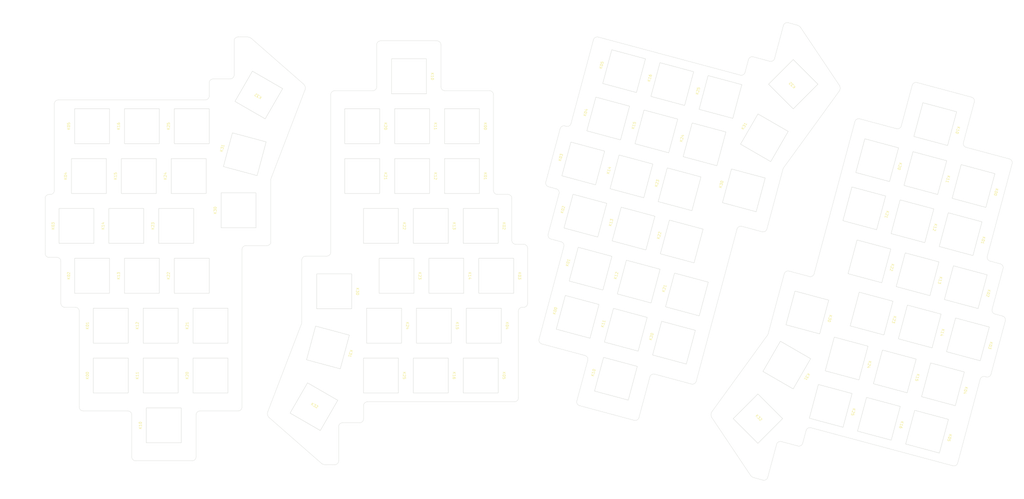
<source format=kicad_pcb>
(kicad_pcb (version 20211014) (generator pcbnew)
  (layers (0 "F.Cu" signal) (31 "B.Cu" signal) (34 "B.Paste" user) (35 "F.Paste" user) (36 "B.SilkS" user "B.Silkscreen") (37 "F.SilkS" user "F.Silkscreen") (38 "B.Mask" user) (39 "F.Mask" user) (44 "Edge.Cuts" user))
  (net 0 "")
  (footprint "sat1l:MXOnly-1U-Cutout-LaserMargin-19mm" (layer "F.Cu") (at 306.711604 -4.520642 75)
    (fp_text reference "K20" (at 0 -8.89 75 unlocked) (layer "F.SilkS"))
    (fp_text value "KEYSW")
    (fp_rect (start -6.65 -6.65) (end 6.65 6.65) (layer "Edge.Cuts") (width 0.12) (fill none))
  )
  (footprint "sat1l:MXOnly-1U-Cutout-LaserMargin-19mm" (layer "F.Cu") (at 205.750003 -106.000006 -90)
    (fp_text reference "K10" (at 0 -8.89 -90 unlocked) (layer "F.SilkS"))
    (fp_text value "KEYSW")
    (fp_rect (start -6.65 -6.65) (end 6.65 6.65) (layer "Edge.Cuts") (width 0.12) (fill none))
  )
  (footprint "sat1l:MXOnly-1U-Cutout-LaserMargin-19mm" (layer "F.Cu") (at 85 -30 90)
    (fp_text reference "K02" (at 0 -8.89 90 unlocked) (layer "F.SilkS"))
    (fp_text value "KEYSW")
    (fp_rect (start -6.65 -6.65) (end 6.65 6.65) (layer "Edge.Cuts") (width 0.12) (fill none))
  )
  (footprint "sat1l:MXOnly-1U-Cutout-LaserMargin-19mm" (layer "F.Cu") (at 318.352591 -80.082442 75)
    (fp_text reference "K24" (at 0 -8.89 75 unlocked) (layer "F.SilkS"))
    (fp_text value "KEYSW")
    (fp_rect (start -6.65 -6.65) (end 6.65 6.65) (layer "Edge.Cuts") (width 0.12) (fill none))
  )
  (footprint "sat1l:MXOnly-1U-Cutout-LaserMargin-19mm" (layer "F.Cu") (at 272.1417 -72.794361 75)
    (fp_text reference "K03" (at 0 -8.89 75 unlocked) (layer "F.SilkS"))
    (fp_text value "KEYSW")
    (fp_rect (start -6.65 -6.65) (end 6.65 6.65) (layer "Edge.Cuts") (width 0.12) (fill none))
  )
  (footprint "sat1l:MXOnly-1U-Cutout-LaserMargin-19mm" (layer "F.Cu") (at 206.9375 -68.000005 -90)
    (fp_text reference "K12" (at 0 -8.89 -90 unlocked) (layer "F.SilkS"))
    (fp_text value "KEYSW")
    (fp_rect (start -6.65 -6.65) (end 6.65 6.65) (layer "Edge.Cuts") (width 0.12) (fill none))
  )
  (footprint "sat1l:MXOnly-1U-Cutout-LaserMargin-19mm" (layer "F.Cu") (at 274.923982 -32.708358 75)
    (fp_text reference "K01" (at 0 -8.89 75 unlocked) (layer "F.SilkS"))
    (fp_text value "KEYSW")
    (fp_rect (start -6.65 -6.65) (end 6.65 6.65) (layer "Edge.Cuts") (width 0.12) (fill none))
  )
  (footprint "sat1l:MXOnly-1U-Cutout-LaserMargin-19mm" (layer "F.Cu") (at 381.177398 -35.493787 -105)
    (fp_text reference "K22" (at 0 -8.89 -105 unlocked) (layer "F.SilkS"))
    (fp_text value "KEYSW")
    (fp_rect (start -6.65 -6.65) (end 6.65 6.65) (layer "Edge.Cuts") (width 0.12) (fill none))
  )
  (footprint "sat1l:MXOnly-1U-Cutout-LaserMargin-19mm" (layer "F.Cu") (at 174.874996 -2.687507 -105)
    (fp_text reference "K31" (at 0 -8.89 -105 unlocked) (layer "F.SilkS"))
    (fp_text value "KEYSW")
    (fp_rect (start -6.65 -6.65) (end 6.65 6.65) (layer "Edge.Cuts") (width 0.12) (fill none))
  )
  (footprint "sat1l:MXOnly-1U-Cutout-LaserMargin-19mm" (layer "F.Cu") (at 201.000007 -30.000005 -90)
    (fp_text reference "K23" (at 0 -8.89 -90 unlocked) (layer "F.SilkS"))
    (fp_text value "KEYSW")
    (fp_rect (start -6.65 -6.65) (end 6.65 6.65) (layer "Edge.Cuts") (width 0.12) (fill none))
  )
  (footprint "sat1l:MXOnly-1U-Cutout-LaserMargin-19mm" (layer "F.Cu") (at 415.917912 -45.855338 -105)
    (fp_text reference "K01" (at 0 -8.89 -105 unlocked) (layer "F.SilkS"))
    (fp_text value "KEYSW")
    (fp_rect (start -6.65 -6.65) (end 6.65 6.65) (layer "Edge.Cuts") (width 0.12) (fill none))
  )
  (footprint "sat1l:MXOnly-1.5U-Cutout-LaserMargin-19mm" (layer "F.Cu") (at 148.531249 -98.875004 150)
    (fp_text reference "K32" (at 0 -0.499999 150 unlocked) (layer "F.SilkS"))
    (fp_text value "KEYSW")
    (fp_rect (start -6.65 -6.65) (end 6.65 6.65) (layer "Edge.Cuts") (width 0.12) (fill none))
  )
  (footprint "sat1l:MXOnly-1U-Cutout-LaserMargin-19mm" (layer "F.Cu") (at 272.959324 -52.905035 75)
    (fp_text reference "K02" (at 0 -8.89 75 unlocked) (layer "F.SilkS"))
    (fp_text value "KEYSW")
    (fp_rect (start -6.65 -6.65) (end 6.65 6.65) (layer "Edge.Cuts") (width 0.12) (fill none))
  )
  (footprint "sat1l:MXOnly-1U-Cutout-LaserMargin-19mm" (layer "F.Cu") (at 123.000001 -86.999996 90)
    (fp_text reference "K25" (at 0 -8.89 90 unlocked) (layer "F.SilkS"))
    (fp_text value "KEYSW")
    (fp_rect (start -6.65 -6.65) (end 6.65 6.65) (layer "Edge.Cuts") (width 0.12) (fill none))
  )
  (footprint "sat1l:MXOnly-1U-Cutout-LaserMargin-19mm" (layer "F.Cu") (at 308.846873 -62.959244 75)
    (fp_text reference "K23" (at 0 -8.89 75 unlocked) (layer "F.SilkS"))
    (fp_text value "KEYSW")
    (fp_rect (start -6.65 -6.65) (end 6.65 6.65) (layer "Edge.Cuts") (width 0.12) (fill none))
  )
  (footprint "sat1l:MXOnly-1U-Cutout-LaserMargin-19mm" (layer "F.Cu") (at 123.000006 -29.999993 90)
    (fp_text reference "K22" (at 0 -8.89 90 unlocked) (layer "F.SilkS"))
    (fp_text value "KEYSW")
    (fp_rect (start -6.65 -6.65) (end 6.65 6.65) (layer "Edge.Cuts") (width 0.12) (fill none))
  )
  (footprint "sat1l:MXOnly-1U-Cutout-LaserMargin-19mm" (layer "F.Cu") (at 384.777301 24.481553 -105)
    (fp_text reference "K16" (at 0 -8.89 -105 unlocked) (layer "F.SilkS"))
    (fp_text value "KEYSW")
    (fp_rect (start -6.65 -6.65) (end 6.65 6.65) (layer "Edge.Cuts") (width 0.12) (fill none))
  )
  (footprint "sat1l:MXOnly-1U-Cutout-LaserMargin-19mm" (layer "F.Cu") (at 102.812502 -67.999996 90)
    (fp_text reference "K15" (at 0 -8.89 90 unlocked) (layer "F.SilkS"))
    (fp_text value "KEYSW")
    (fp_rect (start -6.65 -6.65) (end 6.65 6.65) (layer "Edge.Cuts") (width 0.12) (fill none))
  )
  (footprint "sat1l:MXOnly-1U-Cutout-LaserMargin-19mm" (layer "F.Cu") (at 357.517543 -16.01623 -105)
    (fp_text reference "K30" (at 0 -8.89 -105 unlocked) (layer "F.SilkS"))
    (fp_text value "KEYSW")
    (fp_rect (start -6.65 -6.65) (end 6.65 6.65) (layer "Edge.Cuts") (width 0.12) (fill none))
  )
  (footprint "sat1l:MXOnly-1U-Cutout-LaserMargin-19mm" (layer "F.Cu") (at 130.125004 8.000004 90)
    (fp_text reference "K20" (at 0 -8.89 90 unlocked) (layer "F.SilkS"))
    (fp_text value "KEYSW")
    (fp_rect (start -6.65 -6.65) (end 6.65 6.65) (layer "Edge.Cuts") (width 0.12) (fill none))
  )
  (footprint "sat1l:MXOnly-1U-Cutout-LaserMargin-19mm" (layer "F.Cu") (at 103.999997 -29.999998 90)
    (fp_text reference "K13" (at 0 -8.89 90 unlocked) (layer "F.SilkS"))
    (fp_text value "KEYSW")
    (fp_rect (start -6.65 -6.65) (end 6.65 6.65) (layer "Edge.Cuts") (width 0.12) (fill none))
  )
  (footprint "sat1l:MXOnly-1U-Cutout-LaserMargin-19mm" (layer "F.Cu") (at 324.417191 -98.127685 75)
    (fp_text reference "K25" (at 0 -8.89 75 unlocked) (layer "F.SilkS"))
    (fp_text value "KEYSW")
    (fp_rect (start -6.65 -6.65) (end 6.65 6.65) (layer "Edge.Cuts") (width 0.12) (fill none))
  )
  (footprint "sat1l:MXOnly-1U-Cutout-LaserMargin-19mm" (layer "F.Cu") (at 214.062503 7.999996 -90)
    (fp_text reference "K16" (at 0 -8.89 -90 unlocked) (layer "F.SilkS"))
    (fp_text value "KEYSW")
    (fp_rect (start -6.65 -6.65) (end 6.65 6.65) (layer "Edge.Cuts") (width 0.12) (fill none))
  )
  (footprint "sat1l:MXOnly-1U-Cutout-LaserMargin-19mm" (layer "F.Cu") (at 195.0625 -49.00001 -90)
    (fp_text reference "K22" (at 0 -8.89 -90 unlocked) (layer "F.SilkS"))
    (fp_text value "KEYSW")
    (fp_rect (start -6.65 -6.65) (end 6.65 6.65) (layer "Edge.Cuts") (width 0.12) (fill none))
  )
  (footprint "sat1l:MXOnly-1U-Cutout-LaserMargin-19mm" (layer "F.Cu") (at 293.276573 -27.790798 75)
    (fp_text reference "K12" (at 0 -8.89 75 unlocked) (layer "F.SilkS"))
    (fp_text value "KEYSW")
    (fp_rect (start -6.65 -6.65) (end 6.65 6.65) (layer "Edge.Cuts") (width 0.12) (fill none))
  )
  (footprint "sat1l:MXOnly-1U-Cutout-LaserMargin-19mm" (layer "F.Cu") (at 417.882574 -25.65866 -105)
    (fp_text reference "K02" (at 0 -8.89 -105 unlocked) (layer "F.SilkS"))
    (fp_text value "KEYSW")
    (fp_rect (start -6.65 -6.65) (end 6.65 6.65) (layer "Edge.Cuts") (width 0.12) (fill none))
  )
  (footprint "sat1l:MXOnly-1U-Cutout-LaserMargin-19mm" (layer "F.Cu") (at 420.835473 -64.20793 -105)
    (fp_text reference "K00" (at 0 -8.89 -105 unlocked) (layer "F.SilkS"))
    (fp_text value "KEYSW")
    (fp_rect (start -6.65 -6.65) (end 6.65 6.65) (layer "Edge.Cuts") (width 0.12) (fill none))
  )
  (footprint "sat1l:MXOnly-1U-Cutout-LaserMargin-19mm" (layer "F.Cu") (at 177.249998 -24.062515 -90)
    (fp_text reference "K30" (at 0 -8.89 -90 unlocked) (layer "F.SilkS"))
    (fp_text value "KEYSW")
    (fp_rect (start -6.65 -6.65) (end 6.65 6.65) (layer "Edge.Cuts") (width 0.12) (fill none))
  )
  (footprint "sat1l:MXOnly-1U-Cutout-LaserMargin-19mm" (layer "F.Cu") (at 104.000003 -86.999995 90)
    (fp_text reference "K16" (at 0 -8.89 90 unlocked) (layer "F.SilkS"))
    (fp_text value "KEYSW")
    (fp_rect (start -6.65 -6.65) (end 6.65 6.65) (layer "Edge.Cuts") (width 0.12) (fill none))
  )
  (footprint "sat1l:MXOnly-1U-Cutout-LaserMargin-19mm" (layer "F.Cu") (at 85.000004 -86.999999 90)
    (fp_text reference "K05" (at 0 -8.89 90 unlocked) (layer "F.SilkS"))
    (fp_text value "KEYSW")
    (fp_rect (start -6.65 -6.65) (end 6.65 6.65) (layer "Edge.Cuts") (width 0.12) (fill none))
  )
  (footprint "sat1l:MXOnly-1U-Cutout-LaserMargin-19mm" (layer "F.Cu") (at 400.347608 -10.686888 -105)
    (fp_text reference "K14" (at 0 -8.89 -105 unlocked) (layer "F.SilkS"))
    (fp_text value "KEYSW")
    (fp_rect (start -6.65 -6.65) (end 6.65 6.65) (layer "Edge.Cuts") (width 0.12) (fill none))
  )
  (footprint "sat1l:MXOnly-1U-Cutout-LaserMargin-19mm" (layer "F.Cu") (at 98.062502 -49.000001 90)
    (fp_text reference "K14" (at 0 -8.89 90 unlocked) (layer "F.SilkS"))
    (fp_text value "KEYSW")
    (fp_rect (start -6.65 -6.65) (end 6.65 6.65) (layer "Edge.Cuts") (width 0.12) (fill none))
  )
  (footprint "sat1l:MXOnly-1U-Cutout-LaserMargin-19mm" (layer "F.Cu") (at 372.48931 1.518745 -105)
    (fp_text reference "K24" (at 0 -8.89 -105 unlocked) (layer "F.SilkS"))
    (fp_text value "KEYSW")
    (fp_rect (start -6.65 -6.65) (end 6.65 6.65) (layer "Edge.Cuts") (width 0.12) (fill none))
  )
  (footprint "sat1l:MXOnly-1U-Cutout-LaserMargin-19mm" (layer "F.Cu") (at 83.812499 -67.999993 90)
    (fp_text reference "K04" (at 0 -8.89 90 unlocked) (layer "F.SilkS"))
    (fp_text value "KEYSW")
    (fp_rect (start -6.65 -6.65) (end 6.65 6.65) (layer "Edge.Cuts") (width 0.12) (fill none))
  )
  (footprint "sat1l:MXOnly-1U-Cutout-LaserMargin-19mm" (layer "F.Cu") (at 196.250001 -11.000005 -90)
    (fp_text reference "K24" (at 0 -8.89 -90 unlocked) (layer "F.SilkS"))
    (fp_text value "KEYSW")
    (fp_rect (start -6.65 -6.65) (end 6.65 6.65) (layer "Edge.Cuts") (width 0.12) (fill none))
  )
  (footprint "sat1l:MXOnly-1U-Cutout-LaserMargin-19mm" (layer "F.Cu") (at 306.064595 -103.045249 75)
    (fp_text reference "K16" (at 0 -8.89 75 unlocked) (layer "F.SilkS"))
    (fp_text value "KEYSW")
    (fp_rect (start -6.65 -6.65) (end 6.65 6.65) (layer "Edge.Cuts") (width 0.12) (fill none))
  )
  (footprint "sat1l:MXOnly-1U-Cutout-LaserMargin-19mm" (layer "F.Cu") (at 290.494291 -67.876809 75)
    (fp_text reference "K14" (at 0 -8.89 75 unlocked) (layer "F.SilkS"))
    (fp_text value "KEYSW")
    (fp_rect (start -6.65 -6.65) (end 6.65 6.65) (layer "Edge.Cuts") (width 0.12) (fill none))
  )
  (footprint "sat1l:MXOnly-1U-Cutout-LaserMargin-19mm" (layer "F.Cu") (at 397.565325 -50.772899 -105)
    (fp_text reference "K12" (at 0 -8.89 -105 unlocked) (layer "F.SilkS"))
    (fp_text value "KEYSW")
    (fp_rect (start -6.65 -6.65) (end 6.65 6.65) (layer "Edge.Cuts") (width 0.12) (fill none))
  )
  (footprint "sat1l:MXOnly-1U-Cutout-LaserMargin-19mm" (layer "F.Cu") (at 239 -30.00001 -90)
    (fp_text reference "K03" (at 0 -8.89 -90 unlocked) (layer "F.SilkS"))
    (fp_text value "KEYSW")
    (fp_rect (start -6.65 -6.65) (end 6.65 6.65) (layer "Edge.Cuts") (width 0.12) (fill none))
  )
  (footprint "sat1l:MXOnly-1U-Cutout-LaserMargin-19mm" (layer "F.Cu") (at 220 -30 -90)
    (fp_text reference "K14" (at 0 -8.89 -90 unlocked) (layer "F.SilkS"))
    (fp_text value "KEYSW")
    (fp_rect (start -6.65 -6.65) (end 6.65 6.65) (layer "Edge.Cuts") (width 0.12) (fill none))
  )
  (footprint "sat1l:MXOnly-1U-Cutout-LaserMargin-19mm" (layer "F.Cu") (at 418.700198 -5.769335 -105)
    (fp_text reference "K03" (at 0 -8.89 -105 unlocked) (layer "F.SilkS"))
    (fp_text value "KEYSW")
    (fp_rect (start -6.65 -6.65) (end 6.65 6.65) (layer "Edge.Cuts") (width 0.12) (fill none))
  )
  (footprint "sat1l:MXOnly-1.5U-Cutout-LaserMargin-19mm" (layer "F.Cu") (at 352.15196 -102.990092 135)
    (fp_text reference "K32" (at 0 -0.499999 135 unlocked) (layer "F.SilkS"))
    (fp_text value "KEYSW")
    (fp_rect (start -6.65 -6.65) (end 6.65 6.65) (layer "Edge.Cuts") (width 0.12) (fill none))
  )
  (footprint "sat1l:MXOnly-1U-Cutout-LaserMargin-19mm" (layer "F.Cu") (at 121.812496 -68 90)
    (fp_text reference "K24" (at 0 -8.89 90 unlocked) (layer "F.SilkS"))
    (fp_text value "KEYSW")
    (fp_rect (start -6.65 -6.65) (end 6.65 6.65) (layer "Edge.Cuts") (width 0.12) (fill none))
  )
  (footprint "sat1l:MXOnly-1U-Cutout-LaserMargin-19mm" (layer "F.Cu") (at 187.937496 -87.000008 -90)
    (fp_text reference "K20" (at 0 -8.89 -90 unlocked) (layer "F.SilkS"))
    (fp_text value "KEYSW")
    (fp_rect (start -6.65 -6.65) (end 6.65 6.65) (layer "Edge.Cuts") (width 0.12) (fill none))
  )
  (footprint "sat1l:MXOnly-1U-Cutout-LaserMargin-19mm" (layer "F.Cu") (at 291.311909 -47.987475 75)
    (fp_text reference "K13" (at 0 -8.89 75 unlocked) (layer "F.SilkS"))
    (fp_text value "KEYSW")
    (fp_rect (start -6.65 -6.65) (end 6.65 6.65) (layer "Edge.Cuts") (width 0.12) (fill none))
  )
  (footprint "sat1l:MXOnly-1U-Cutout-LaserMargin-19mm" (layer "F.Cu") (at 234.250004 -11.000007 -90)
    (fp_text reference "K04" (at 0 -8.89 -90 unlocked) (layer "F.SilkS"))
    (fp_text value "KEYSW")
    (fp_rect (start -6.65 -6.65) (end 6.65 6.65) (layer "Edge.Cuts") (width 0.12) (fill none))
  )
  (footprint "sat1l:MXOnly-1U-Cutout-LaserMargin-19mm" (layer "F.Cu") (at 402.48289 -69.12549 -105)
    (fp_text reference "K11" (at 0 -8.89 -105 unlocked) (layer "F.SilkS"))
    (fp_text value "KEYSW")
    (fp_rect (start -6.65 -6.65) (end 6.65 6.65) (layer "Edge.Cuts") (width 0.12) (fill none))
  )
  (footprint "sat1l:MXOnly-1U-Cutout-LaserMargin-19mm" (layer "F.Cu") (at 284.58848 9.221728 75)
    (fp_text reference "K10" (at 0 -8.89 75 unlocked) (layer "F.SilkS"))
    (fp_text value "KEYSW")
    (fp_rect (start -6.65 -6.65) (end 6.65 6.65) (layer "Edge.Cuts") (width 0.12) (fill none))
  )
  (footprint "sat1l:MXOnly-1U-Cutout-LaserMargin-19mm" (layer "F.Cu") (at 270.006426 -14.355768 75)
    (fp_text reference "K00" (at 0 -8.89 75 unlocked) (layer "F.SilkS"))
    (fp_text value "KEYSW")
    (fp_rect (start -6.65 -6.65) (end 6.65 6.65) (layer "Edge.Cuts") (width 0.12) (fill none))
  )
  (footprint "sat1l:MXOnly-1U-Cutout-LaserMargin-19mm" (layer "F.Cu") (at 349.691207 4.015744 -120)
    (fp_text reference "K31" (at 0 -8.89 -120 unlocked) (layer "F.SilkS"))
    (fp_text value "KEYSW")
    (fp_rect (start -6.65 -6.65) (end 6.65 6.65) (layer "Edge.Cuts") (width 0.12) (fill none))
  )
  (footprint "sat1l:MXOnly-1U-Cutout-LaserMargin-19mm" (layer "F.Cu") (at 112.312502 27.000002 90)
    (fp_text reference "K10" (at 0 -8.89 90 unlocked) (layer "F.SilkS"))
    (fp_text value "KEYSW")
    (fp_rect (start -6.65 -6.65) (end 6.65 6.65) (layer "Edge.Cuts") (width 0.12) (fill none))
  )
  (footprint "sat1l:MXOnly-1U-Cutout-LaserMargin-19mm" (layer "F.Cu") (at 288.35901 -9.438207 75)
    (fp_text reference "K11" (at 0 -8.89 75 unlocked) (layer "F.SilkS"))
    (fp_text value "KEYSW")
    (fp_rect (start -6.65 -6.65) (end 6.65 6.65) (layer "Edge.Cuts") (width 0.12) (fill none))
  )
  (footprint "sat1l:MXOnly-1U-Cutout-LaserMargin-19mm" (layer "F.Cu") (at 381.995026 -15.604454 -105)
    (fp_text reference "K23" (at 0 -8.89 -105 unlocked) (layer "F.SilkS"))
    (fp_text value "KEYSW")
    (fp_rect (start -6.65 -6.65) (end 6.65 6.65) (layer "Edge.Cuts") (width 0.12) (fill none))
  )
  (footprint "sat1l:MXOnly-1U-Cutout-LaserMargin-19mm" (layer "F.Cu") (at 409.194495 11.353868 -105)
    (fp_text reference "K04" (at 0 -8.89 -105 unlocked) (layer "F.SilkS"))
    (fp_text value "KEYSW")
    (fp_rect (start -6.65 -6.65) (end 6.65 6.65) (layer "Edge.Cuts") (width 0.12) (fill none))
  )
  (footprint "sat1l:MXOnly-1U-Cutout-LaserMargin-19mm" (layer "F.Cu") (at 406.253417 -87.785428 -105)
    (fp_text reference "K10" (at 0 -8.89 -105 unlocked) (layer "F.SilkS"))
    (fp_text value "KEYSW")
    (fp_rect (start -6.65 -6.65) (end 6.65 6.65) (layer "Edge.Cuts") (width 0.12) (fill none))
  )
  (footprint "sat1l:MXOnly-1U-Cutout-LaserMargin-19mm" (layer "F.Cu") (at 309.664501 -43.06991 75)
    (fp_text reference "K22" (at 0 -8.89 75 unlocked) (layer "F.SilkS"))
    (fp_text value "KEYSW")
    (fp_rect (start -6.65 -6.65) (end 6.65 6.65) (layer "Edge.Cuts") (width 0.12) (fill none))
  )
  (footprint "sat1l:MXOnly-1U-Cutout-LaserMargin-19mm" (layer "F.Cu") (at 311.62916 -22.873237 75)
    (fp_text reference "K21" (at 0 -8.89 75 unlocked) (layer "F.SilkS"))
    (fp_text value "KEYSW")
    (fp_rect (start -6.65 -6.65) (end 6.65 6.65) (layer "Edge.Cuts") (width 0.12) (fill none))
  )
  (footprint "sat1l:MXOnly-1U-Cutout-LaserMargin-19mm" (layer "F.Cu") (at 233.062498 -49.000005 -90)
    (fp_text reference "K02" (at 0 -8.89 -90 unlocked) (layer "F.SilkS"))
    (fp_text value "KEYSW")
    (fp_rect (start -6.65 -6.65) (end 6.65 6.65) (layer "Edge.Cuts") (width 0.12) (fill none))
  )
  (footprint "sat1l:MXOnly-1U-Cutout-LaserMargin-19mm" (layer "F.Cu") (at 403.129889 29.399106 -105)
    (fp_text reference "K05" (at 0 -8.89 -105 unlocked) (layer "F.SilkS"))
    (fp_text value "KEYSW")
    (fp_rect (start -6.65 -6.65) (end 6.65 6.65) (layer "Edge.Cuts") (width 0.12) (fill none))
  )
  (footprint "sat1l:MXOnly-1U-Cutout-LaserMargin-19mm" (layer "F.Cu") (at 233.062495 7.999991 -90)
    (fp_text reference "K05" (at 0 -8.89 -90 unlocked) (layer "F.SilkS"))
    (fp_text value "KEYSW")
    (fp_rect (start -6.65 -6.65) (end 6.65 6.65) (layer "Edge.Cuts") (width 0.12) (fill none))
  )
  (footprint "sat1l:MXOnly-1U-Cutout-LaserMargin-19mm" (layer "F.Cu") (at 92.125004 7.999999 90)
    (fp_text reference "K00" (at 0 -8.89 90 unlocked) (layer "F.SilkS"))
    (fp_text value "KEYSW")
    (fp_rect (start -6.65 -6.65) (end 6.65 6.65) (layer "Edge.Cuts") (width 0.12) (fill none))
  )
  (footprint "sat1l:MXOnly-1U-Cutout-LaserMargin-19mm" (layer "F.Cu") (at 117.062505 -49.000002 90)
    (fp_text reference "K23" (at 0 -8.89 90 unlocked) (layer "F.SilkS"))
    (fp_text value "KEYSW")
    (fp_rect (start -6.65 -6.65) (end 6.65 6.65) (layer "Edge.Cuts") (width 0.12) (fill none))
  )
  (footprint "sat1l:MXOnly-1U-Cutout-LaserMargin-19mm" (layer "F.Cu") (at 214.062502 -49.000004 -90)
    (fp_text reference "K13" (at 0 -8.89 -90 unlocked) (layer "F.SilkS"))
    (fp_text value "KEYSW")
    (fp_rect (start -6.65 -6.65) (end 6.65 6.65) (layer "Edge.Cuts") (width 0.12) (fill none))
  )
  (footprint "sat1l:MXOnly-1.5U-Cutout-LaserMargin-19mm" (layer "F.Cu") (at 338.689941 24.426392 -45)
    (fp_text reference "K32" (at 0 -0.499999 -45 unlocked) (layer "F.SilkS"))
    (fp_text value "KEYSW")
    (fp_rect (start -6.65 -6.65) (end 6.65 6.65) (layer "Edge.Cuts") (width 0.12) (fill none))
  )
  (footprint "sat1l:MXOnly-1U-Cutout-LaserMargin-19mm" (layer "F.Cu") (at 140.812502 -54.937494 90)
    (fp_text reference "K30" (at 0 -8.89 90 unlocked) (layer "F.SilkS"))
    (fp_text value "KEYSW")
    (fp_rect (start -6.65 -6.65) (end 6.65 6.65) (layer "Edge.Cuts") (width 0.12) (fill none))
  )
  (footprint "sat1l:MXOnly-1U-Cutout-LaserMargin-19mm" (layer "F.Cu") (at 206.9375 -87.000004 -90)
    (fp_text reference "K11" (at 0 -8.89 -90 unlocked) (layer "F.SilkS"))
    (fp_text value "KEYSW")
    (fp_rect (start -6.65 -6.65) (end 6.65 6.65) (layer "Edge.Cuts") (width 0.12) (fill none))
  )
  (footprint "sat1l:MXOnly-1U-Cutout-LaserMargin-19mm" (layer "F.Cu") (at 300 -85 75)
    (fp_text reference "K15" (at 0 -8.89 75 unlocked) (layer "F.SilkS"))
    (fp_text value "KEYSW")
    (fp_rect (start -6.65 -6.65) (end 6.65 6.65) (layer "Edge.Cuts") (width 0.12) (fill none))
  )
  (footprint "sat1l:MXOnly-1U-Cutout-LaserMargin-19mm" (layer "F.Cu") (at 215.249998 -11.000009 -90)
    (fp_text reference "K15" (at 0 -8.89 -90 unlocked) (layer "F.SilkS"))
    (fp_text value "KEYSW")
    (fp_rect (start -6.65 -6.65) (end 6.65 6.65) (layer "Edge.Cuts") (width 0.12) (fill none))
  )
  (footprint "sat1l:MXOnly-1U-Cutout-LaserMargin-19mm" (layer "F.Cu") (at 384.130295 -74.043053 -105)
    (fp_text reference "K20" (at 0 -8.89 -105 unlocked) (layer "F.SilkS"))
    (fp_text value "KEYSW")
    (fp_rect (start -6.65 -6.65) (end 6.65 6.65) (layer "Edge.Cuts") (width 0.12) (fill none))
  )
  (footprint "sat1l:MXOnly-1U-Cutout-LaserMargin-19mm" (layer "F.Cu") (at 333.324354 -62.547465 75)
    (fp_text reference "K30" (at 0 -8.89 75 unlocked) (layer "F.SilkS"))
    (fp_text value "KEYSW")
    (fp_rect (start -6.65 -6.65) (end 6.65 6.65) (layer "Edge.Cuts") (width 0.12) (fill none))
  )
  (footprint "sat1l:MXOnly-1U-Cutout-LaserMargin-19mm" (layer "F.Cu") (at 281.647404 -89.91756 75)
    (fp_text reference "K04" (at 0 -8.89 75 unlocked) (layer "F.SilkS"))
    (fp_text value "KEYSW")
    (fp_rect (start -6.65 -6.65) (end 6.65 6.65) (layer "Edge.Cuts") (width 0.12) (fill none))
  )
  (footprint "sat1l:MXOnly-1U-Cutout-LaserMargin-19mm" (layer "F.Cu") (at 379.212736 -55.690461 -105)
    (fp_text reference "K21" (at 0 -8.89 -105 unlocked) (layer "F.SilkS"))
    (fp_text value "KEYSW")
    (fp_rect (start -6.65 -6.65) (end 6.65 6.65) (layer "Edge.Cuts") (width 0.12) (fill none))
  )
  (footprint "sat1l:MXOnly-1U-Cutout-LaserMargin-19mm" (layer "F.Cu") (at 225.937494 -87.000007 -90)
    (fp_text reference "K00" (at 0 -8.89 -90 unlocked) (layer "F.SilkS"))
    (fp_text value "KEYSW")
    (fp_rect (start -6.65 -6.65) (end 6.65 6.65) (layer "Edge.Cuts") (width 0.12) (fill none))
  )
  (footprint "sat1l:MXOnly-1U-Cutout-LaserMargin-19mm" (layer "F.Cu") (at 225.937496 -68.000004 -90)
    (fp_text reference "K01" (at 0 -8.89 -90 unlocked) (layer "F.SilkS"))
    (fp_text value "KEYSW")
    (fp_rect (start -6.65 -6.65) (end 6.65 6.65) (layer "Edge.Cuts") (width 0.12) (fill none))
  )
  (footprint "sat1l:MXOnly-1U-Cutout-LaserMargin-19mm" (layer "F.Cu") (at 111.124999 8.000001 90)
    (fp_text reference "K11" (at 0 -8.89 90 unlocked) (layer "F.SilkS"))
    (fp_text value "KEYSW")
    (fp_rect (start -6.65 -6.65) (end 6.65 6.65) (layer "Edge.Cuts") (width 0.12) (fill none))
  )
  (footprint "sat1l:MXOnly-1U-Cutout-LaserMargin-19mm" (layer "F.Cu") (at 92.125001 -11.000002 90)
    (fp_text reference "K01" (at 0 -8.89 90 unlocked) (layer "F.SilkS"))
    (fp_text value "KEYSW")
    (fp_rect (start -6.65 -6.65) (end 6.65 6.65) (layer "Edge.Cuts") (width 0.12) (fill none))
  )
  (footprint "sat1l:MXOnly-1.5U-Cutout-LaserMargin-19mm" (layer "F.Cu") (at 169.53125 19.875002 -30)
    (fp_text reference "K32" (at 0 -0.499999 -30 unlocked) (layer "F.SilkS"))
    (fp_text value "KEYSW")
    (fp_rect (start -6.65 -6.65) (end 6.65 6.65) (layer "Edge.Cuts") (width 0.12) (fill none))
  )
  (footprint "sat1l:MXOnly-1U-Cutout-LaserMargin-19mm" (layer "F.Cu") (at 79.0625 -48.999998 90)
    (fp_text reference "K03" (at 0 -8.89 90 unlocked) (layer "F.SilkS"))
    (fp_text value "KEYSW")
    (fp_rect (start -6.65 -6.65) (end 6.65 6.65) (layer "Edge.Cuts") (width 0.12) (fill none))
  )
  (footprint "sat1l:MXOnly-1U-Cutout-LaserMargin-19mm" (layer "F.Cu") (at 130.125001 -11 90)
    (fp_text reference "K21" (at 0 -8.89 90 unlocked) (layer "F.SilkS"))
    (fp_text value "KEYSW")
    (fp_rect (start -6.65 -6.65) (end 6.65 6.65) (layer "Edge.Cuts") (width 0.12) (fill none))
  )
  (footprint "sat1l:MXOnly-1U-Cutout-LaserMargin-19mm" (layer "F.Cu") (at 111.124998 -11.000003 90)
    (fp_text reference "K12" (at 0 -8.89 90 unlocked) (layer "F.SilkS"))
    (fp_text value "KEYSW")
    (fp_rect (start -6.65 -6.65) (end 6.65 6.65) (layer "Edge.Cuts") (width 0.12) (fill none))
  )
  (footprint "sat1l:MXOnly-1U-Cutout-LaserMargin-19mm" (layer "F.Cu") (at 366.424711 19.563987 -105)
    (fp_text reference "K25" (at 0 -8.89 -105 unlocked) (layer "F.SilkS"))
    (fp_text value "KEYSW")
    (fp_rect (start -6.65 -6.65) (end 6.65 6.65) (layer "Edge.Cuts") (width 0.12) (fill none))
  )
  (footprint "sat1l:MXOnly-1U-Cutout-LaserMargin-19mm" (layer "F.Cu") (at 399.529991 -30.576223 -105)
    (fp_text reference "K13" (at 0 -8.89 -105 unlocked) (layer "F.SilkS"))
    (fp_text value "KEYSW")
    (fp_rect (start -6.65 -6.65) (end 6.65 6.65) (layer "Edge.Cuts") (width 0.12) (fill none))
  )
  (footprint "sat1l:MXOnly-1U-Cutout-LaserMargin-19mm" (layer "F.Cu") (at 390.841901 6.436302 -105)
    (fp_text reference "K15" (at 0 -8.89 -105 unlocked) (layer "F.SilkS"))
    (fp_text value "KEYSW")
    (fp_rect (start -6.65 -6.65) (end 6.65 6.65) (layer "Edge.Cuts") (width 0.12) (fill none))
  )
  (footprint "sat1l:MXOnly-1U-Cutout-LaserMargin-19mm" (layer "F.Cu") (at 287.712011 -107.962804 75)
    (fp_text reference "K05" (at 0 -8.89 75 unlocked) (layer "F.SilkS"))
    (fp_text value "KEYSW")
    (fp_rect (start -6.65 -6.65) (end 6.65 6.65) (layer "Edge.Cuts") (width 0.12) (fill none))
  )
  (footprint "sat1l:MXOnly-1U-Cutout-LaserMargin-19mm" (layer "F.Cu") (at 341.150691 -82.579439 60)
    (fp_text reference "K31" (at 0 -8.89 60 unlocked) (layer "F.SilkS"))
    (fp_text value "KEYSW")
    (fp_rect (start -6.65 -6.65) (end 6.65 6.65) (layer "Edge.Cuts") (width 0.12) (fill none))
  )
  (footprint "sat1l:MXOnly-1U-Cutout-LaserMargin-19mm" (layer "F.Cu") (at 195.0625 7.999991 -90)
    (fp_text reference "K25" (at 0 -8.89 -90 unlocked) (layer "F.SilkS"))
    (fp_text value "KEYSW")
    (fp_rect (start -6.65 -6.65) (end 6.65 6.65) (layer "Edge.Cuts") (width 0.12) (fill none))
  )
  (footprint "sat1l:MXOnly-1U-Cutout-LaserMargin-19mm" (layer "F.Cu") (at 187.9375 -68.000006 -90)
    (fp_text reference "K21" (at 0 -8.89 -90 unlocked) (layer "F.SilkS"))
    (fp_text value "KEYSW")
    (fp_rect (start -6.65 -6.65) (end 6.65 6.65) (layer "Edge.Cuts") (width 0.12) (fill none))
  )
  (footprint "sat1l:MXOnly-1U-Cutout-LaserMargin-19mm" (layer "F.Cu") (at 143.187503 -76.312499 75)
    (fp_text reference "K31" (at 0 -8.89 75 unlocked) (layer "F.SilkS"))
    (fp_text value "KEYSW")
    (fp_rect (start -6.65 -6.65) (end 6.65 6.65) (layer "Edge.Cuts") (width 0.12) (fill none))
  )
  (gr_line (start 426.085521 -37.436911) (end 435.532419 -72.693208) (layer "Edge.Cuts") (width 0.1))
  (gr_line (start 273.851537 2.203675) (end 269.710431 17.658486) (layer "Edge.Cuts") (width 0.1))
  (gr_arc (start 139.125002 -119.499998) (mid 139.564341 -120.56066) (end 140.625002 -120.999996) (layer "Edge.Cuts") (width 0.1))
  (gr_arc (start 369.730884 -102.550337) (mid 370.004287 -101.275947) (end 369.480946 -100.082239) (layer "Edge.Cuts") (width 0.1))
  (gr_arc (start 98.624998 21.5) (mid 99.685663 21.939339) (end 100.125002 23.000003) (layer "Edge.Cuts") (width 0.1))
  (gr_arc (start 175.937498 -99.000003) (mid 176.376847 -100.060653) (end 177.437496 -100.500007) (layer "Edge.Cuts") (width 0.1))
  (gr_line (start 264.756373 -41.12679) (end 255.30948 -5.87049) (layer "Edge.Cuts") (width 0.1))
  (gr_line (start 332.563141 -48.839919) (end 340.29055 -46.769364) (layer "Edge.Cuts") (width 0.1))
  (gr_line (start 188.437502 19.499996) (end 188.437502 24.499992) (layer "Edge.Cuts") (width 0.1))
  (gr_line (start 145.625005 -120.499994) (end 165.625003 -103) (layer "Edge.Cuts") (width 0.1))
  (gr_line (start 350.241478 -126.407473) (end 353.622215 -125.501611) (layer "Edge.Cuts") (width 0.1))
  (gr_line (start 139.125007 -106.499997) (end 139.125001 -112.531248) (layer "Edge.Cuts") (width 0.1))
  (gr_line (start 124.624998 38.999999) (end 124.625003 23.000008) (layer "Edge.Cuts") (width 0.1))
  (gr_arc (start 101.625002 40.5) (mid 100.564354 40.060651) (end 100.124996 38.999998) (layer "Edge.Cuts") (width 0.1))
  (gr_arc (start 81.625003 21.500006) (mid 80.564341 21.060666) (end 80.124999 20.000004) (layer "Edge.Cuts") (width 0.1))
  (gr_line (start 270.771096 19.495604) (end 291.538504 25.060212) (layer "Edge.Cuts") (width 0.1))
  (gr_arc (start 246.437501 -42.000009) (mid 245.376842 -42.439348) (end 244.937505 -43.500008) (layer "Edge.Cuts") (width 0.1))
  (gr_arc (start 427.146184 -35.599796) (mid 426.235378 -36.298685) (end 426.085521 -37.436911) (layer "Edge.Cuts") (width 0.1))
  (gr_line (start 237.937502 -62.5) (end 237.9375 -99.000006) (layer "Edge.Cuts") (width 0.1))
  (gr_line (start 375.645016 -88.739988) (end 360.115871 -30.784435) (layer "Edge.Cuts") (width 0.1))
  (gr_arc (start 345.802177 34.226084) (mid 346.501071 33.315273) (end 347.639304 33.165429) (layer "Edge.Cuts") (width 0.1))
  (gr_line (start 345.802177 34.226084) (end 344.241189 40.051828) (layer "Edge.Cuts") (width 0.1))
  (gr_arc (start 431.887874 -14.659013) (mid 432.798676 -13.960124) (end 432.948537 -12.821899) (layer "Edge.Cuts") (width 0.1))
  (gr_line (start 193.437501 -118.000004) (end 193.437502 -102.000011) (layer "Edge.Cuts") (width 0.1))
  (gr_line (start 434.471756 -74.530334) (end 418.051024 -78.930251) (layer "Edge.Cuts") (width 0.1))
  (gr_line (start 425.193264 8.393797) (end 425.676218 8.523203) (layer "Edge.Cuts") (width 0.1))
  (gr_arc (start 345.039722 -112.78978) (mid 344.340827 -111.878971) (end 343.202594 -111.729123) (layer "Edge.Cuts") (width 0.1))
  (gr_arc (start 67.124997 -59.499997) (mid 67.564346 -60.560652) (end 68.625006 -61.000002) (layer "Edge.Cuts") (width 0.1))
  (gr_arc (start 357.049033 28.957464) (mid 357.747913 28.046643) (end 358.886147 27.896796) (layer "Edge.Cuts") (width 0.1))
  (gr_line (start 345.039722 -112.78978) (end 346.600708 -118.615526) (layer "Edge.Cuts") (width 0.1))
  (gr_arc (start 173.937502 41.999993) (mid 173.146933 41.871697) (end 172.4375 41.499994) (layer "Edge.Cuts") (width 0.1))
  (gr_line (start 143.624996 -41.499997) (end 151.625002 -41.499997) (layer "Edge.Cuts") (width 0.1))
  (gr_arc (start 353.622215 -125.501611) (mid 354.352641 -125.17307) (end 354.9417 -124.630419) (layer "Edge.Cuts") (width 0.1))
  (gr_line (start 186.937499 25.999996) (end 180.437504 25.999996) (layer "Edge.Cuts") (width 0.1))
  (gr_arc (start 272.790875 0.366551) (mid 273.701698 1.065437) (end 273.851537 2.203675) (layer "Edge.Cuts") (width 0.1))
  (gr_line (start 164.937497 -36.000002) (end 164.937496 -12.500005) (layer "Edge.Cuts") (width 0.1))
  (gr_arc (start 263.328556 -86.026231) (mid 264.027459 -86.937025) (end 265.165681 -87.086897) (layer "Edge.Cuts") (width 0.1))
  (gr_line (start 358.278757 -29.723779) (end 350.551346 -31.794333) (layer "Edge.Cuts") (width 0.1))
  (gr_arc (start 175.9375 -39) (mid 175.498156 -37.939345) (end 174.437503 -37.500003) (layer "Edge.Cuts") (width 0.1))
  (gr_line (start 248.937504 -18.000003) (end 249.437493 -18.000005) (layer "Edge.Cuts") (width 0.1))
  (gr_arc (start 414.815115 41.330009) (mid 414.116216 42.240789) (end 412.977995 42.390664) (layer "Edge.Cuts") (width 0.1))
  (gr_line (start 258.669822 -68.639573) (end 257.893364 -65.741796) (layer "Edge.Cuts") (width 0.1))
  (gr_line (start 250.937501 -19.500014) (end 250.9375 -37.500009) (layer "Edge.Cuts") (width 0.1))
  (gr_arc (start 315.196881 10.176292) (mid 314.497988 11.087088) (end 313.359768 11.236955) (layer "Edge.Cuts") (width 0.1))
  (gr_line (start 293.375612 23.999548) (end 297.516722 8.544742) (layer "Edge.Cuts") (width 0.1))
  (gr_arc (start 337.219685 46.937915) (mid 336.489257 46.609375) (end 335.900199 46.06672) (layer "Edge.Cuts") (width 0.1))
  (gr_arc (start 193.437501 -118.000004) (mid 193.876854 -119.060652) (end 194.937502 -119.500007) (layer "Edge.Cuts") (width 0.1))
  (gr_line (start 391.488058 -86.047776) (end 377.48213 -89.800653) (layer "Edge.Cuts") (width 0.1))
  (gr_line (start 267.485763 -88.018151) (end 276.026785 -119.893705) (layer "Edge.Cuts") (width 0.1))
  (gr_arc (start 420.070802 -98.059302) (mid 420.9816 -97.360405) (end 421.131463 -96.222182) (layer "Edge.Cuts") (width 0.1))
  (gr_line (start 67.125003 -41.500005) (end 67.125001 -38.5) (layer "Edge.Cuts") (width 0.1))
  (gr_arc (start 434.471756 -74.530334) (mid 435.382564 -73.831439) (end 435.532419 -72.693208) (layer "Edge.Cuts") (width 0.1))
  (gr_arc (start 178.937502 40.49999) (mid 178.498154 41.560637) (end 177.437499 41.999992) (layer "Edge.Cuts") (width 0.1))
  (gr_arc (start 129.625005 -98.499999) (mid 129.185666 -97.439324) (end 128.124999 -97.000004) (layer "Edge.Cuts") (width 0.1))
  (gr_arc (start 348.209917 -70.529279) (mid 348.423182 -71.066782) (end 348.754225 -71.540914) (layer "Edge.Cuts") (width 0.1))
  (gr_arc (start 243.437499 -61.000007) (mid 244.498155 -60.560668) (end 244.937505 -59.500012) (layer "Edge.Cuts") (width 0.1))
  (gr_arc (start 355.754938 33.787084) (mid 355.056071 34.697933) (end 353.917821 34.84775) (layer "Edge.Cuts") (width 0.1))
  (gr_line (start 174.437503 -37.500003) (end 166.437499 -37.500005) (layer "Edge.Cuts") (width 0.1))
  (gr_arc (start 348.714229 -30.733668) (mid 349.413123 -31.644469) (end 350.551346 -31.794333) (layer "Edge.Cuts") (width 0.1))
  (gr_line (start 342.43754 46.783116) (end 344.241189 40.051828) (layer "Edge.Cuts") (width 0.1))
  (gr_arc (start 375.645016 -88.739988) (mid 376.343909 -89.650786) (end 377.48213 -89.800653) (layer "Edge.Cuts") (width 0.1))
  (gr_arc (start 330.726027 -47.77926) (mid 331.424919 -48.690062) (end 332.563141 -48.839919) (layer "Edge.Cuts") (width 0.1))
  (gr_arc (start 418.051024 -78.930251) (mid 417.140204 -79.629135) (end 416.990361 -80.767371) (layer "Edge.Cuts") (width 0.1))
  (gr_line (start 397.466283 -102.563245) (end 393.325176 -87.108437) (layer "Edge.Cuts") (width 0.1))
  (gr_line (start 153.388934 -67.618033) (end 166.022366 -100.551319) (layer "Edge.Cuts") (width 0.1))
  (gr_arc (start 423.356134 9.454455) (mid 424.055025 8.543605) (end 425.193264 8.393797) (layer "Edge.Cuts") (width 0.1))
  (gr_line (start 131.124999 -104.999998) (end 137.624997 -104.999999) (layer "Edge.Cuts") (width 0.1))
  (gr_line (start 217.937502 -102.000009) (end 217.937503 -118.000005) (layer "Edge.Cuts") (width 0.1))
  (gr_arc (start 144.124998 -120.999997) (mid 144.915569 -120.8717) (end 145.625005 -120.499994) (layer "Edge.Cuts") (width 0.1))
  (gr_arc (start 342.43754 46.783116) (mid 341.738656 47.693939) (end 340.600417 47.843779) (layer "Edge.Cuts") (width 0.1))
  (gr_line (start 140.625002 -120.999996) (end 144.124998 -120.999997) (layer "Edge.Cuts") (width 0.1))
  (gr_arc (start 193.437502 -102.000011) (mid 192.998159 -100.939352) (end 191.9375 -100.500007) (layer "Edge.Cuts") (width 0.1))
  (gr_arc (start 258.954024 -63.904682) (mid 258.04322 -64.603572) (end 257.893364 -65.741796) (layer "Edge.Cuts") (width 0.1))
  (gr_line (start 153.125 -42.999998) (end 153.125007 -66.499997) (layer "Edge.Cuts") (width 0.1))
  (gr_line (start 249.437495 -42.000004) (end 246.437501 -42.000009) (layer "Edge.Cuts") (width 0.1))
  (gr_arc (start 247.437495 -16.500003) (mid 247.876841 -17.560664) (end 248.937504 -18.000003) (layer "Edge.Cuts") (width 0.1))
  (gr_line (start 178.937502 40.49999) (end 178.937506 33.531247) (layer "Edge.Cuts") (width 0.1))
  (gr_arc (start 152.4375 23.999997) (mid 151.843566 22.839793) (end 152.040129 21.55131) (layer "Edge.Cuts") (width 0.1))
  (gr_line (start 74.624999 -17.999996) (end 78.625004 -18) (layer "Edge.Cuts") (width 0.1))
  (gr_line (start 244.937505 -43.500008) (end 244.937505 -59.500012) (layer "Edge.Cuts") (width 0.1))
  (gr_line (start 250.9375 -37.500009) (end 250.9375 -40.500005) (layer "Edge.Cuts") (width 0.1))
  (gr_line (start 69.124996 -61.000002) (end 68.625006 -61.000002) (layer "Edge.Cuts") (width 0.1))
  (gr_line (start 126.125001 21.500003) (end 140.625 21.500005) (layer "Edge.Cuts") (width 0.1))
  (gr_line (start 80.125001 -16.499999) (end 80.124999 20.000004) (layer "Edge.Cuts") (width 0.1))
  (gr_arc (start 293.375612 23.999548) (mid 292.676718 24.910337) (end 291.538504 25.060212) (layer "Edge.Cuts") (width 0.1))
  (gr_arc (start 178.937493 27.499996) (mid 179.376822 26.43931) (end 180.437504 25.999996) (layer "Edge.Cuts") (width 0.1))
  (gr_arc (start 256.370142 -4.033363) (mid 255.459333 -4.732258) (end 255.30948 -5.87049) (layer "Edge.Cuts") (width 0.1))
  (gr_line (start 243.437499 -61.000007) (end 239.437501 -61.000004) (layer "Edge.Cuts") (width 0.1))
  (gr_arc (start 124.624998 38.999999) (mid 124.185654 40.060641) (end 123.125004 40.500003) (layer "Edge.Cuts") (width 0.1))
  (gr_line (start 342.12767 -47.830029) (end 348.209917 -70.529279) (layer "Edge.Cuts") (width 0.1))
  (gr_arc (start 142.125001 20.000001) (mid 141.685649 21.060655) (end 140.625 21.500005) (layer "Edge.Cuts") (width 0.1))
  (gr_line (start 354.9417 -124.630419) (end 369.730884 -102.550337) (layer "Edge.Cuts") (width 0.1))
  (gr_arc (start 393.325176 -87.108437) (mid 392.626285 -86.197631) (end 391.488058 -86.047776) (layer "Edge.Cuts") (width 0.1))
  (gr_line (start 412.977995 42.390664) (end 358.886147 27.896796) (layer "Edge.Cuts") (width 0.1))
  (gr_line (start 142.125001 20.000001) (end 142.125003 -39.999999) (layer "Edge.Cuts") (width 0.1))
  (gr_line (start 427.929449 -17.272592) (end 432.07055 -32.727409) (layer "Edge.Cuts") (width 0.1))
  (gr_line (start 335.900199 46.06672) (end 321.111015 23.98664) (layer "Edge.Cuts") (width 0.1))
  (gr_line (start 81.625003 21.500006) (end 98.624998 21.5) (layer "Edge.Cuts") (width 0.1))
  (gr_arc (start 71.625002 -36.999996) (mid 72.68566 -36.560656) (end 73.124999 -35.499997) (layer "Edge.Cuts") (width 0.1))
  (gr_line (start 340.600417 47.843779) (end 340.600417 47.843779) (layer "Edge.Cuts") (width 0.1))
  (gr_arc (start 261.851795 -63.128219) (mid 262.762602 -62.429332) (end 262.912451 -61.291106) (layer "Edge.Cuts") (width 0.1))
  (gr_line (start 416.990361 -80.767371) (end 421.131463 -96.222182) (layer "Edge.Cuts") (width 0.1))
  (gr_line (start 68.625001 -37.000004) (end 71.625002 -36.999996) (layer "Edge.Cuts") (width 0.1))
  (gr_arc (start 153.125 -42.999998) (mid 152.685652 -41.939346) (end 151.625002 -41.499997) (layer "Edge.Cuts") (width 0.1))
  (gr_line (start 353.917821 34.84775) (end 347.639304 33.165429) (layer "Edge.Cuts") (width 0.1))
  (gr_arc (start 267.485763 -88.018151) (mid 266.786873 -87.107305) (end 265.648637 -86.957492) (layer "Edge.Cuts") (width 0.1))
  (gr_line (start 236.437498 -100.500012) (end 219.437506 -100.500008) (layer "Edge.Cuts") (width 0.1))
  (gr_arc (start 139.125007 -106.499997) (mid 138.685666 -105.439334) (end 137.624997 -104.999999) (layer "Edge.Cuts") (width 0.1))
  (gr_arc (start 124.625003 23.000008) (mid 125.06435 21.939351) (end 126.125001 21.500003) (layer "Edge.Cuts") (width 0.1))
  (gr_arc (start 164.937496 -12.500005) (mid 164.870611 -11.925622) (end 164.673565 -11.381966) (layer "Edge.Cuts") (width 0.1))
  (gr_arc (start 342.12767 -47.830029) (mid 341.428775 -46.919226) (end 340.29055 -46.769364) (layer "Edge.Cuts") (width 0.1))
  (gr_line (start 259.83201 -43.999173) (end 263.695715 -42.9639) (layer "Edge.Cuts") (width 0.1))
  (gr_line (start 101.625002 40.5) (end 123.125004 40.500003) (layer "Edge.Cuts") (width 0.1))
  (gr_line (start 277.863902 -120.954362) (end 331.955748 -106.460496) (layer "Edge.Cuts") (width 0.1))
  (gr_line (start 315.196881 10.176292) (end 330.726027 -47.77926) (layer "Edge.Cuts") (width 0.1))
  (gr_arc (start 165.625003 -103) (mid 166.218919 -101.839799) (end 166.022366 -100.551319) (layer "Edge.Cuts") (width 0.1))
  (gr_line (start 348.404358 -125.346813) (end 346.600708 -118.615526) (layer "Edge.Cuts") (width 0.1))
  (gr_arc (start 428.990103 -15.435477) (mid 428.079296 -16.134365) (end 427.929449 -17.272592) (layer "Edge.Cuts") (width 0.1))
  (gr_line (start 263.328556 -86.026231) (end 258.669822 -68.639573) (layer "Edge.Cuts") (width 0.1))
  (gr_line (start 342.087676 -7.022784) (end 321.360952 21.518544) (layer "Edge.Cuts") (width 0.1))
  (gr_arc (start 263.695715 -42.9639) (mid 264.60652 -42.265012) (end 264.756373 -41.12679) (layer "Edge.Cuts") (width 0.1))
  (gr_line (start 420.070802 -98.059302) (end 399.303398 -103.623908) (layer "Edge.Cuts") (width 0.1))
  (gr_line (start 129.625005 -98.499999) (end 129.624999 -103.499993) (layer "Edge.Cuts") (width 0.1))
  (gr_arc (start 142.125003 -39.999999) (mid 142.564348 -41.060654) (end 143.624996 -41.499997) (layer "Edge.Cuts") (width 0.1))
  (gr_line (start 258.954024 -63.904682) (end 261.851795 -63.128219) (layer "Edge.Cuts") (width 0.1))
  (gr_line (start 216.437498 -119.500009) (end 194.937502 -119.500007) (layer "Edge.Cuts") (width 0.1))
  (gr_line (start 177.437499 41.999992) (end 173.937502 41.999993) (layer "Edge.Cuts") (width 0.1))
  (gr_arc (start 297.516722 8.544742) (mid 298.215612 7.633934) (end 299.35384 7.484078) (layer "Edge.Cuts") (width 0.1))
  (gr_line (start 247.437495 -16.500003) (end 247.437502 16.499999) (layer "Edge.Cuts") (width 0.1))
  (gr_line (start 67.124997 -59.499997) (end 67.125003 -41.500005) (layer "Edge.Cuts") (width 0.1))
  (gr_arc (start 216.437498 -119.500009) (mid 217.498152 -119.060659) (end 217.937503 -118.000005) (layer "Edge.Cuts") (width 0.1))
  (gr_line (start 336.924078 -113.411448) (end 343.202594 -111.729123) (layer "Edge.Cuts") (width 0.1))
  (gr_arc (start 250.937501 -19.500014) (mid 250.498155 -18.439352) (end 249.437493 -18.000005) (layer "Edge.Cuts") (width 0.1))
  (gr_line (start 256.370142 -4.033363) (end 272.790875 0.366551) (layer "Edge.Cuts") (width 0.1))
  (gr_arc (start 259.83201 -43.999173) (mid 258.921201 -44.698061) (end 258.77135 -45.836289) (layer "Edge.Cuts") (width 0.1))
  (gr_line (start 431.887874 -14.659013) (end 428.990103 -15.435477) (layer "Edge.Cuts") (width 0.1))
  (gr_arc (start 129.624999 -103.499993) (mid 130.064324 -104.560679) (end 131.124999 -104.999998) (layer "Edge.Cuts") (width 0.1))
  (gr_line (start 265.648637 -86.957492) (end 265.165681 -87.086897) (layer "Edge.Cuts") (width 0.1))
  (gr_line (start 340.600417 47.843779) (end 337.219685 46.937915) (layer "Edge.Cuts") (width 0.1))
  (gr_line (start 139.125002 -119.499998) (end 139.125001 -112.531248) (layer "Edge.Cuts") (width 0.1))
  (gr_line (start 350.241478 -126.407473) (end 350.241478 -126.407473) (layer "Edge.Cuts") (width 0.1))
  (gr_arc (start 360.115871 -30.784435) (mid 359.416979 -29.873635) (end 358.278757 -29.723779) (layer "Edge.Cuts") (width 0.1))
  (gr_line (start 348.714229 -30.733668) (end 342.631981 -8.034417) (layer "Edge.Cuts") (width 0.1))
  (gr_line (start 73.124999 -35.499997) (end 73.125001 -19.499999) (layer "Edge.Cuts") (width 0.1))
  (gr_arc (start 333.792865 -107.52116) (mid 333.093983 -106.610339) (end 331.955748 -106.460496) (layer "Edge.Cuts") (width 0.1))
  (gr_arc (start 68.625001 -37.000004) (mid 67.564346 -37.439343) (end 67.125001 -38.5) (layer "Edge.Cuts") (width 0.1))
  (gr_arc (start 188.437502 19.499996) (mid 188.876833 18.439331) (end 189.937499 17.999994) (layer "Edge.Cuts") (width 0.1))
  (gr_line (start 72.124997 -96.999999) (end 128.124999 -97.000004) (layer "Edge.Cuts") (width 0.1))
  (gr_line (start 427.513344 7.462533) (end 432.172081 -9.924123) (layer "Edge.Cuts") (width 0.1))
  (gr_line (start 245.937501 17.999995) (end 189.937499 17.999994) (layer "Edge.Cuts") (width 0.1))
  (gr_arc (start 153.125007 -66.499997) (mid 153.191891 -67.074377) (end 153.388934 -67.618033) (layer "Edge.Cuts") (width 0.1))
  (gr_arc (start 249.437495 -42.000004) (mid 250.498157 -41.560665) (end 250.9375 -40.500005) (layer "Edge.Cuts") (width 0.1))
  (gr_arc (start 78.625004 -18) (mid 79.685661 -17.560657) (end 80.125001 -16.499999) (layer "Edge.Cuts") (width 0.1))
  (gr_arc (start 219.437506 -100.500008) (mid 218.376846 -100.939346) (end 217.937502 -102.000009) (layer "Edge.Cuts") (width 0.1))
  (gr_arc (start 74.624999 -17.999996) (mid 73.564335 -18.439337) (end 73.125001 -19.499999) (layer "Edge.Cuts") (width 0.1))
  (gr_line (start 431.009887 -34.564524) (end 427.146184 -35.599796) (layer "Edge.Cuts") (width 0.1))
  (gr_line (start 175.937498 -99.000003) (end 175.9375 -39) (layer "Edge.Cuts") (width 0.1))
  (gr_arc (start 431.009887 -34.564524) (mid 431.920699 -33.865638) (end 432.07055 -32.727409) (layer "Edge.Cuts") (width 0.1))
  (gr_arc (start 276.026785 -119.893705) (mid 276.725682 -120.804483) (end 277.863902 -120.954362) (layer "Edge.Cuts") (width 0.1))
  (gr_line (start 423.356134 9.454455) (end 414.815115 41.330009) (layer "Edge.Cuts") (width 0.1))
  (gr_arc (start 335.08696 -112.350782) (mid 335.785828 -113.261629) (end 336.924078 -113.411448) (layer "Edge.Cuts") (width 0.1))
  (gr_arc (start 70.624998 -95.500002) (mid 71.064337 -96.560657) (end 72.124997 -96.999999) (layer "Edge.Cuts") (width 0.1))
  (gr_line (start 70.625008 -62.499998) (end 70.624998 -95.500002) (layer "Edge.Cuts") (width 0.1))
  (gr_line (start 140.625002 -120.999996) (end 140.625002 -120.999996) (layer "Edge.Cuts") (width 0.1))
  (gr_line (start 357.049033 28.957464) (end 355.754938 33.787084) (layer "Edge.Cuts") (width 0.1))
  (gr_arc (start 70.625008 -62.499998) (mid 70.185659 -61.439342) (end 69.124996 -61.000002) (layer "Edge.Cuts") (width 0.1))
  (gr_line (start 432.172081 -9.924123) (end 432.948537 -12.821899) (layer "Edge.Cuts") (width 0.1))
  (gr_line (start 333.792865 -107.52116) (end 335.08696 -112.350782) (layer "Edge.Cuts") (width 0.1))
  (gr_arc (start 236.437498 -100.500012) (mid 237.498165 -100.060672) (end 237.9375 -99.000006) (layer "Edge.Cuts") (width 0.1))
  (gr_line (start 348.754225 -71.540914) (end 369.480946 -100.082239) (layer "Edge.Cuts") (width 0.1))
  (gr_line (start 164.673565 -11.381966) (end 152.040129 21.55131) (layer "Edge.Cuts") (width 0.1))
  (gr_line (start 262.912451 -61.291106) (end 258.77135 -45.836289) (layer "Edge.Cuts") (width 0.1))
  (gr_line (start 172.4375 41.499994) (end 152.4375 23.999997) (layer "Edge.Cuts") (width 0.1))
  (gr_line (start 177.437499 41.999992) (end 177.437499 41.999992) (layer "Edge.Cuts") (width 0.1))
  (gr_arc (start 164.937497 -36.000002) (mid 165.376842 -37.060661) (end 166.437499 -37.500005) (layer "Edge.Cuts") (width 0.1))
  (gr_arc (start 427.513344 7.462533) (mid 426.814442 8.373328) (end 425.676218 8.523203) (layer "Edge.Cuts") (width 0.1))
  (gr_arc (start 321.111015 23.98664) (mid 320.83761 22.71225) (end 321.360952 21.518544) (layer "Edge.Cuts") (width 0.1))
  (gr_line (start 299.35384 7.484078) (end 313.359768 11.236955) (layer "Edge.Cuts") (width 0.1))
  (gr_line (start 100.125002 23.000003) (end 100.124996 38.999998) (layer "Edge.Cuts") (width 0.1))
  (gr_arc (start 397.466283 -102.563245) (mid 398.165179 -103.474039) (end 399.303398 -103.623908) (layer "Edge.Cuts") (width 0.1))
  (gr_arc (start 270.771096 19.495604) (mid 269.860298 18.796708) (end 269.710431 17.658486) (layer "Edge.Cuts") (width 0.1))
  (gr_arc (start 247.437502 16.499999) (mid 246.99816 17.560656) (end 245.937501 17.999995) (layer "Edge.Cuts") (width 0.1))
  (gr_arc (start 239.437501 -61.000004) (mid 238.376843 -61.439343) (end 237.937502 -62.5) (layer "Edge.Cuts") (width 0.1))
  (gr_arc (start 348.404358 -125.346813) (mid 349.103241 -126.257636) (end 350.241478 -126.407473) (layer "Edge.Cuts") (width 0.1))
  (gr_arc (start 188.437502 24.499992) (mid 187.998191 25.560686) (end 186.937499 25.999996) (layer "Edge.Cuts") (width 0.1))
  (gr_line (start 191.9375 -100.500007) (end 177.437496 -100.500007) (layer "Edge.Cuts") (width 0.1))
  (gr_arc (start 342.631981 -8.034417) (mid 342.418717 -7.496916) (end 342.087676 -7.022784) (layer "Edge.Cuts") (width 0.1))
  (gr_line (start 178.937493 27.499996) (end 178.937506 33.531247) (layer "Edge.Cuts") (width 0.1))
)
</source>
